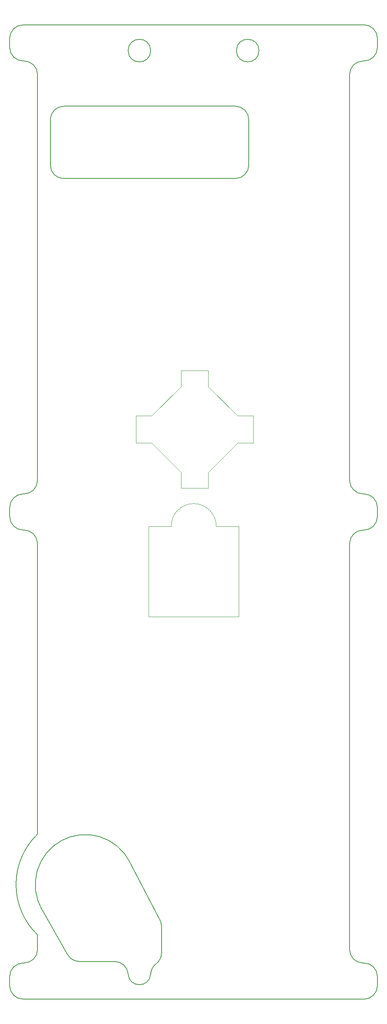
<source format=gm1>
%TF.GenerationSoftware,KiCad,Pcbnew,9.0.1*%
%TF.CreationDate,2025-04-06T17:11:13-07:00*%
%TF.ProjectId,Stationary_X_Panel,53746174-696f-46e6-9172-795f585f5061,1.6*%
%TF.SameCoordinates,Original*%
%TF.FileFunction,Profile,NP*%
%FSLAX46Y46*%
G04 Gerber Fmt 4.6, Leading zero omitted, Abs format (unit mm)*
G04 Created by KiCad (PCBNEW 9.0.1) date 2025-04-06 17:11:13*
%MOMM*%
%LPD*%
G01*
G04 APERTURE LIST*
%TA.AperFunction,Profile*%
%ADD10C,0.200000*%
%TD*%
%TA.AperFunction,Profile*%
%ADD11C,0.100000*%
%TD*%
G04 APERTURE END LIST*
D10*
X83000000Y-41000000D02*
X83000000Y-51000000D01*
X83000000Y-51000000D02*
G75*
G02*
X80000000Y-54000000I-3000000J0D01*
G01*
D11*
X61500000Y-112500000D02*
X68000000Y-119000000D01*
X74000000Y-119000000D02*
X74000000Y-122500000D01*
D10*
X85250000Y-25700000D02*
G75*
G02*
X80250000Y-25700000I-2500000J0D01*
G01*
X80250000Y-25700000D02*
G75*
G02*
X85250000Y-25700000I2500000J0D01*
G01*
D11*
X68000000Y-122500000D02*
X74000000Y-122500000D01*
D10*
X105325000Y-224500000D02*
X105325000Y-134750000D01*
X108500000Y-123750000D02*
G75*
G02*
X111500000Y-126750000I0J-3000000D01*
G01*
X42836060Y-225644172D02*
X37132089Y-215670205D01*
X33000000Y-28000000D02*
X33175000Y-28000000D01*
X63650000Y-219435832D02*
X63650000Y-225289897D01*
X111500000Y-232500000D02*
X111500000Y-230500000D01*
X36175000Y-221275000D02*
X36175000Y-224500000D01*
D11*
X68000000Y-119000000D02*
X68000000Y-122500000D01*
D10*
X111500000Y-128750000D02*
G75*
G02*
X108500000Y-131750000I-3000000J0D01*
G01*
D11*
X74000000Y-119000000D02*
X80500000Y-112500000D01*
D10*
X30000000Y-230500000D02*
G75*
G02*
X33000000Y-227500000I3000000J0D01*
G01*
X61246380Y-229934481D02*
G75*
G02*
X62446036Y-227692902I2996220J-161719D01*
G01*
X105325000Y-31000000D02*
G75*
G02*
X108325000Y-28000000I3000000J0D01*
G01*
X36175000Y-224500000D02*
G75*
G02*
X33175000Y-227500000I-3000000J0D01*
G01*
X42000000Y-38000000D02*
X80000000Y-38000000D01*
X33000000Y-235500000D02*
G75*
G02*
X30000000Y-232500000I0J3000000D01*
G01*
X105325000Y-134750000D02*
G75*
G02*
X108325000Y-131750000I3000000J0D01*
G01*
D11*
X60785000Y-150895000D02*
X60785000Y-130895000D01*
D10*
X111500000Y-25000000D02*
X111500000Y-23000000D01*
X108500000Y-20000000D02*
G75*
G02*
X111500000Y-23000000I0J-3000000D01*
G01*
X33000000Y-28000000D02*
G75*
G02*
X30000000Y-25000000I0J3000000D01*
G01*
D11*
X74000000Y-96500000D02*
X68000000Y-96500000D01*
D10*
X108500000Y-227500000D02*
G75*
G02*
X111500000Y-230500000I0J-3000000D01*
G01*
X108500000Y-123750000D02*
X108325000Y-123750000D01*
X30000000Y-126750000D02*
X30000000Y-128750000D01*
X33175000Y-123750000D02*
X33000000Y-123750000D01*
X108325000Y-227500000D02*
G75*
G02*
X105325000Y-224500000I0J3000000D01*
G01*
D11*
X68000000Y-100000000D02*
X61500000Y-106500000D01*
D10*
X30000000Y-23000000D02*
G75*
G02*
X33000000Y-20000000I3000000J0D01*
G01*
D11*
X84000000Y-112500000D02*
X84000000Y-106500000D01*
X65785000Y-130895000D02*
G75*
G02*
X75785000Y-130895000I5000000J0D01*
G01*
D10*
X108325000Y-131750000D02*
X108500000Y-131750000D01*
X108325000Y-123750000D02*
G75*
G02*
X105325000Y-120750000I0J3000000D01*
G01*
X108325000Y-28000000D02*
X108500000Y-28000000D01*
X33000000Y-131750000D02*
G75*
G02*
X30000000Y-128750000I0J3000000D01*
G01*
X80000000Y-38000000D02*
G75*
G02*
X83000000Y-41000000I0J-3000000D01*
G01*
X63650000Y-225289897D02*
G75*
G02*
X62446020Y-227692880I-3000000J-3D01*
G01*
X80000000Y-54000000D02*
X42000000Y-54000000D01*
D11*
X68000000Y-100000000D02*
X68000000Y-96500000D01*
D10*
X42000000Y-54000000D02*
G75*
G02*
X39000000Y-51000000I0J3000000D01*
G01*
D11*
X58000000Y-112500000D02*
X58000000Y-106500000D01*
D10*
X61246380Y-229934481D02*
G75*
G02*
X56255209Y-229961299I-2496380J134481D01*
G01*
X39000000Y-41000000D02*
G75*
G02*
X42000000Y-38000000I3000000J0D01*
G01*
X36175000Y-120750000D02*
G75*
G02*
X33175000Y-123750000I-3000000J0D01*
G01*
X108500000Y-227500000D02*
X108325000Y-227500000D01*
X36175000Y-31000000D02*
X36175000Y-120750000D01*
X111500000Y-128750000D02*
X111500000Y-126750000D01*
X33175000Y-131750000D02*
G75*
G02*
X36175000Y-134750000I0J-3000000D01*
G01*
D11*
X80785000Y-130895000D02*
X80785000Y-150895000D01*
X75785000Y-130895000D02*
X80785000Y-130895000D01*
D10*
X33175000Y-227500000D02*
X33000000Y-227500000D01*
X30000000Y-23000000D02*
X30000000Y-25000000D01*
X105325000Y-120750000D02*
X105325000Y-31000000D01*
X53261460Y-227154857D02*
G75*
G02*
X56255208Y-229961299I240J-2999743D01*
G01*
X111500000Y-25000000D02*
G75*
G02*
X108500000Y-28000000I-3000000J0D01*
G01*
D11*
X60785000Y-130895000D02*
X65785000Y-130895000D01*
D10*
X61250000Y-25700000D02*
G75*
G02*
X56250000Y-25700000I-2500000J0D01*
G01*
X56250000Y-25700000D02*
G75*
G02*
X61250000Y-25700000I2500000J0D01*
G01*
X53261460Y-227154857D02*
X45440276Y-227154857D01*
D11*
X74000000Y-100000000D02*
X74000000Y-96500000D01*
D10*
X45440276Y-227154857D02*
G75*
G02*
X42836053Y-225644176I24J3000057D01*
G01*
X39000000Y-41000000D02*
X39000000Y-51000000D01*
D11*
X80785000Y-150895000D02*
X60785000Y-150895000D01*
X80500000Y-106500000D02*
X74000000Y-100000000D01*
X80500000Y-106500000D02*
X84000000Y-106500000D01*
D10*
X56587771Y-205073162D02*
X63313747Y-218055813D01*
X63313747Y-218055813D02*
G75*
G02*
X63650021Y-219435832I-2664247J-1380187D01*
G01*
D11*
X58000000Y-106500000D02*
X61500000Y-106500000D01*
D10*
X30000000Y-230500000D02*
X30000000Y-232500000D01*
X33175000Y-28000000D02*
G75*
G02*
X36175000Y-31000000I0J-3000000D01*
G01*
X108500000Y-20000000D02*
X33000000Y-20000000D01*
D11*
X80500000Y-112500000D02*
X84000000Y-112500000D01*
X58000000Y-112500000D02*
X61500000Y-112500000D01*
D10*
X37132089Y-215670205D02*
G75*
G02*
X56587769Y-205073163I9617911J5500345D01*
G01*
X111500000Y-232500000D02*
G75*
G02*
X108500000Y-235500000I-3000000J0D01*
G01*
X33000000Y-131750000D02*
X33175000Y-131750000D01*
X36175000Y-221275000D02*
G75*
G02*
X36175000Y-199000000I10646760J11137500D01*
G01*
X33000000Y-235500000D02*
X108500000Y-235500000D01*
X36175000Y-134750000D02*
X36175000Y-199000000D01*
X30000000Y-126750000D02*
G75*
G02*
X33000000Y-123750000I3000000J0D01*
G01*
M02*

</source>
